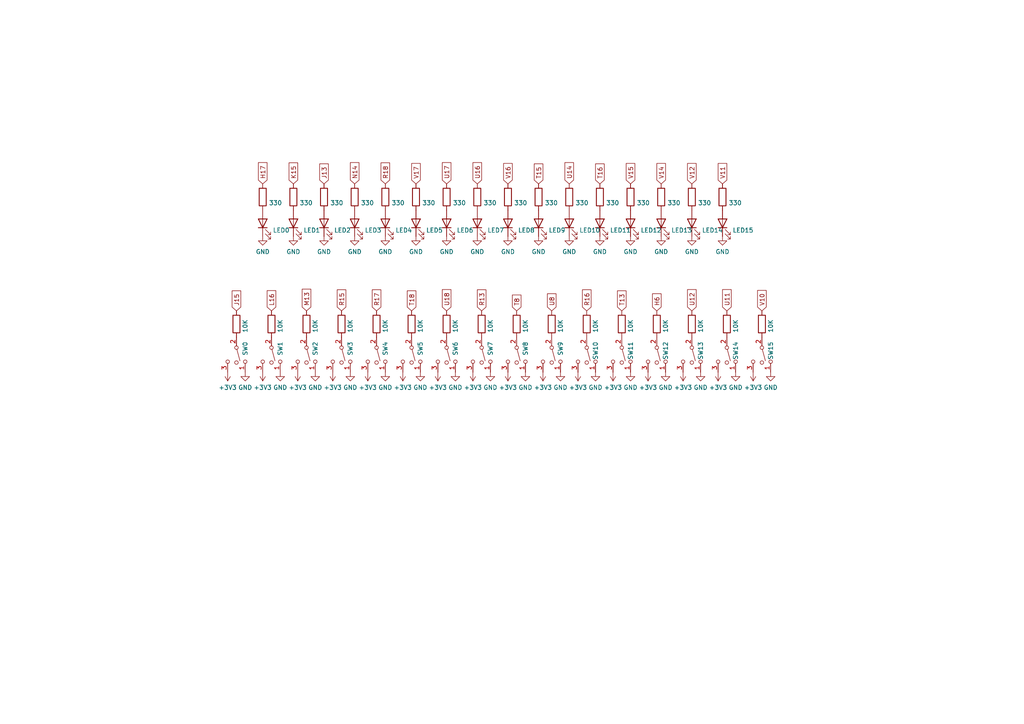
<source format=kicad_sch>
(kicad_sch (version 20211123) (generator eeschema)
  (paper "A4")
  (lib_symbols
    (symbol "Device:LED" (pin_numbers hide) (pin_names (offset 1.016) hide)
      (property "Reference" "D" (at 0 2.54 0))
      (property "Value" "LED" (at 0 -2.54 0))
      (symbol "LED_0_1"
        (polyline (pts (xy -1.27 -1.27) (xy -1.27 1.27)) (stroke (width 0.254)))
        (polyline (pts (xy -1.27 0) (xy 1.27 0)))
        (polyline (pts (xy 1.27 -1.27) (xy 1.27 1.27) (xy -1.27 0) (xy 1.27 -1.27)) (stroke (width 0.254)))
        (polyline (pts (xy -3.048 -0.762) (xy -4.572 -2.286) (xy -3.81 -2.286) (xy -4.572 -2.286) (xy -4.572 -1.524)))
        (polyline (pts (xy -1.778 -0.762) (xy -3.302 -2.286) (xy -2.54 -2.286) (xy -3.302 -2.286) (xy -3.302 -1.524)))
      )
      (symbol "LED_1_1"
        (pin passive line (at -3.81 0 0) (length 2.54) (name "K") (number "1"))
        (pin passive line (at 3.81 0 180) (length 2.54) (name "A") (number "2"))
      )
    )
    (symbol "Device:R" (pin_numbers hide) (pin_names (offset 0))
      (property "Reference" "R" (at 2.032 0 90))
      (property "Value" "R" (at 0 0 90))
      (symbol "R_0_1"
        (rectangle (start -1.016 -2.54) (end 1.016 2.54) (stroke (width 0.254)))
      )
      (symbol "R_1_1"
        (pin passive line (at 0 3.81 270) (length 1.27) (name "~") (number "1"))
        (pin passive line (at 0 -3.81 90) (length 1.27) (name "~") (number "2"))
      )
    )
    (symbol "Switch:SW_SPDT_MSM" (pin_names (offset 0) hide)
      (property "Reference" "SW" (at 0 5.08 0))
      (property "Value" "SW_SPDT_MSM" (at 0 -5.08 0))
      (symbol "SW_SPDT_MSM_0_0"
        (circle (center -2.032 0) (radius 0.508))
        (polyline (pts (xy -1.524 0.127) (xy 1.778 1.016)))
        (circle (center 2.032 -2.54) (radius 0.508))
      )
      (symbol "SW_SPDT_MSM_0_1"
        (circle (center 2.032 2.54) (radius 0.508))
        (circle (center 2.286 0) (radius 0.508))
      )
      (symbol "SW_SPDT_MSM_1_1"
        (pin passive line (at 5.08 2.54 180) (length 2.54) (name "1") (number "1"))
        (pin passive line (at -5.08 0 0) (length 2.54) (name "2") (number "2"))
        (pin passive line (at 5.08 -2.54 180) (length 2.54) (name "3") (number "3"))
      )
    )
    (symbol "power:+3V3" (power) (pin_names (offset 0))
      (property "Value" "+3V3" (at 0 3.556 0))
      (symbol "+3V3_0_1"
        (polyline (pts (xy -0.762 1.27) (xy 0 2.54)))
        (polyline (pts (xy 0 0) (xy 0 2.54)))
        (polyline (pts (xy 0 2.54) (xy 0.762 1.27)))
      )
      (symbol "+3V3_1_1"
        (pin power_in line (at 0 0 90) (length 0) hide (name "+3V3") (number "1"))
      )
    )
    (symbol "power:GND" (power) (pin_names (offset 0))
      (property "Value" "GND" (at 0 -3.81 0))
      (symbol "GND_0_1"
        (polyline (pts (xy 0 0) (xy 0 -1.27) (xy 1.27 -1.27) (xy 0 -2.54) (xy -1.27 -1.27) (xy 0 -1.27)))
      )
      (symbol "GND_1_1"
        (pin power_in line (at 0 0 270) (length 0) hide (name "GND") (number "1"))
      )
    )
  )
  (global_label "H17" (shape input) (at 76.2 53.34 90) (property "Intersheet References" "${INTERSHEET_REFS}" (effects hide)))
  (global_label "R17" (shape input) (at 109.22 90.17 90) (property "Intersheet References" "${INTERSHEET_REFS}" (effects hide)))
  (global_label "U17" (shape input) (at 129.54 53.34 90) (property "Intersheet References" "${INTERSHEET_REFS}" (effects hide)))
  (global_label "T8" (shape input) (at 149.86 90.17 90) (property "Intersheet References" "${INTERSHEET_REFS}" (effects hide)))
  (global_label "J13" (shape input) (at 93.98 53.34 90) (property "Intersheet References" "${INTERSHEET_REFS}" (effects hide)))
  (global_label "N14" (shape input) (at 102.87 53.34 90) (property "Intersheet References" "${INTERSHEET_REFS}" (effects hide)))
  (global_label "R15" (shape input) (at 99.06 90.17 90) (property "Intersheet References" "${INTERSHEET_REFS}" (effects hide)))
  (global_label "V16" (shape input) (at 147.32 53.34 90) (property "Intersheet References" "${INTERSHEET_REFS}" (effects hide)))
  (global_label "U11" (shape input) (at 210.82 90.17 90) (property "Intersheet References" "${INTERSHEET_REFS}" (effects hide)))
  (global_label "V15" (shape input) (at 182.88 53.34 90) (property "Intersheet References" "${INTERSHEET_REFS}" (effects hide)))
  (global_label "V17" (shape input) (at 120.65 53.34 90) (property "Intersheet References" "${INTERSHEET_REFS}" (effects hide)))
  (global_label "V10" (shape input) (at 220.98 90.17 90) (property "Intersheet References" "${INTERSHEET_REFS}" (effects hide)))
  (global_label "R13" (shape input) (at 139.7 90.17 90) (property "Intersheet References" "${INTERSHEET_REFS}" (effects hide)))
  (global_label "U18" (shape input) (at 129.54 90.17 90) (property "Intersheet References" "${INTERSHEET_REFS}" (effects hide)))
  (global_label "R18" (shape input) (at 111.76 53.34 90) (property "Intersheet References" "${INTERSHEET_REFS}" (effects hide)))
  (global_label "T13" (shape input) (at 180.34 90.17 90) (property "Intersheet References" "${INTERSHEET_REFS}" (effects hide)))
  (global_label "T15" (shape input) (at 156.21 53.34 90) (property "Intersheet References" "${INTERSHEET_REFS}" (effects hide)))
  (global_label "V14" (shape input) (at 191.77 53.34 90) (property "Intersheet References" "${INTERSHEET_REFS}" (effects hide)))
  (global_label "R16" (shape input) (at 170.18 90.17 90) (property "Intersheet References" "${INTERSHEET_REFS}" (effects hide)))
  (global_label "U8" (shape input) (at 160.02 90.17 90) (property "Intersheet References" "${INTERSHEET_REFS}" (effects hide)))
  (global_label "M13" (shape input) (at 88.9 90.17 90) (property "Intersheet References" "${INTERSHEET_REFS}" (effects hide)))
  (global_label "V11" (shape input) (at 209.55 53.34 90) (property "Intersheet References" "${INTERSHEET_REFS}" (effects hide)))
  (global_label "U12" (shape input) (at 200.66 90.17 90) (property "Intersheet References" "${INTERSHEET_REFS}" (effects hide)))
  (global_label "T16" (shape input) (at 173.99 53.34 90) (property "Intersheet References" "${INTERSHEET_REFS}" (effects hide)))
  (global_label "J15" (shape input) (at 68.58 90.17 90) (property "Intersheet References" "${INTERSHEET_REFS}" (effects hide)))
  (global_label "T18" (shape input) (at 119.38 90.17 90) (property "Intersheet References" "${INTERSHEET_REFS}" (effects hide)))
  (global_label "L16" (shape input) (at 78.74 90.17 90) (property "Intersheet References" "${INTERSHEET_REFS}" (effects hide)))
  (global_label "V12" (shape input) (at 200.66 53.34 90) (property "Intersheet References" "${INTERSHEET_REFS}" (effects hide)))
  (global_label "H6" (shape input) (at 190.5 90.17 90) (property "Intersheet References" "${INTERSHEET_REFS}" (effects hide)))
  (global_label "K15" (shape input) (at 85.09 53.34 90) (property "Intersheet References" "${INTERSHEET_REFS}" (effects hide)))
  (global_label "U14" (shape input) (at 165.1 53.34 90) (property "Intersheet References" "${INTERSHEET_REFS}" (effects hide)))
  (global_label "U16" (shape input) (at 138.43 53.34 90) (property "Intersheet References" "${INTERSHEET_REFS}" (effects hide)))
  (symbol (lib_id "Device:R") (at 102.87 57.15 0) (unit 1)
    (property "Reference" "R?" (effects hide))
    (property "Value" "330" (at 104.648 58.8522 0) (effects (justify left)))
  )
  (symbol (lib_id "Device:R") (at 99.06 93.98 0) (unit 1)
    (property "Reference" "R?" (effects hide))
    (property "Value" "10K" (at 101.6 96.52 90) (effects (justify left)))
  )
  (symbol (lib_id "power:GND") (at 147.32 68.58 0) (unit 1)
    (property "Reference" "#PWR?" (effects hide))
    (property "Value" "GND" (at 147.32 73.0234 0))
  )
  (symbol (lib_id "Device:R") (at 139.7 93.98 0) (unit 1)
    (property "Reference" "R?" (effects hide))
    (property "Value" "10K" (at 142.24 96.52 90) (effects (justify left)))
  )
  (symbol (lib_id "power:+3V3") (at 106.68 107.95 180) (unit 1)
    (property "Reference" "#PWR?" (effects hide))
    (property "Value" "+3V3" (at 106.68 112.3934 0))
  )
  (symbol (lib_id "power:+3V3") (at 177.8 107.95 180) (unit 1)
    (property "Reference" "#PWR?" (effects hide))
    (property "Value" "+3V3" (at 177.8 112.3934 0))
  )
  (symbol (lib_id "Device:LED") (at 191.77 64.77 90) (unit 1)
    (property "Reference" "D?" (effects hide))
    (property "Value" "LED13" (at 194.691 66.7913 90) (effects (justify right)))
  )
  (symbol (lib_id "Device:R") (at 210.82 93.98 0) (unit 1)
    (property "Reference" "R?" (effects hide))
    (property "Value" "10K" (at 213.36 96.52 90) (effects (justify left)))
  )
  (symbol (lib_id "power:GND") (at 203.2 107.95 0) (unit 1)
    (property "Reference" "#PWR?" (effects hide))
    (property "Value" "GND" (at 203.2 112.3934 0))
  )
  (symbol (lib_id "power:GND") (at 182.88 68.58 0) (unit 1)
    (property "Reference" "#PWR?" (effects hide))
    (property "Value" "GND" (at 182.88 73.0234 0))
  )
  (symbol (lib_id "Device:LED") (at 182.88 64.77 90) (unit 1)
    (property "Reference" "D?" (effects hide))
    (property "Value" "LED12" (at 185.801 66.7913 90) (effects (justify right)))
  )
  (symbol (lib_id "power:GND") (at 223.52 107.95 0) (unit 1)
    (property "Reference" "#PWR?" (effects hide))
    (property "Value" "GND" (at 223.52 112.3934 0))
  )
  (symbol (lib_id "power:+3V3") (at 187.96 107.95 180) (unit 1)
    (property "Reference" "#PWR?" (effects hide))
    (property "Value" "+3V3" (at 187.96 112.3934 0))
  )
  (symbol (lib_id "Switch:SW_SPDT_MSM") (at 78.74 102.87 270) (unit 1)
    (property "Reference" "SW?" (effects hide))
    (property "Value" "SW1" (at 81.28 99.06 0) (effects (justify left)))
  )
  (symbol (lib_id "power:GND") (at 71.12 107.95 0) (unit 1)
    (property "Reference" "#PWR?" (effects hide))
    (property "Value" "GND" (at 71.12 112.3934 0))
  )
  (symbol (lib_id "Device:LED") (at 85.09 64.77 90) (unit 1)
    (property "Reference" "D?" (effects hide))
    (property "Value" "LED1" (at 88.011 66.7913 90) (effects (justify right)))
  )
  (symbol (lib_id "Device:R") (at 165.1 57.15 0) (unit 1)
    (property "Reference" "R?" (effects hide))
    (property "Value" "330" (at 166.878 58.8522 0) (effects (justify left)))
  )
  (symbol (lib_id "Switch:SW_SPDT_MSM") (at 180.34 102.87 270) (unit 1)
    (property "Reference" "SW?" (effects hide))
    (property "Value" "SW11" (at 182.88 99.06 0) (effects (justify left)))
  )
  (symbol (lib_id "power:GND") (at 162.56 107.95 0) (unit 1)
    (property "Reference" "#PWR?" (effects hide))
    (property "Value" "GND" (at 162.56 112.3934 0))
  )
  (symbol (lib_id "power:+3V3") (at 76.2 107.95 180) (unit 1)
    (property "Reference" "#PWR?" (effects hide))
    (property "Value" "+3V3" (at 76.2 112.3934 0))
  )
  (symbol (lib_id "Device:R") (at 88.9 93.98 0) (unit 1)
    (property "Reference" "R?" (effects hide))
    (property "Value" "10K" (at 91.44 96.52 90) (effects (justify left)))
  )
  (symbol (lib_id "Device:R") (at 209.55 57.15 0) (unit 1)
    (property "Reference" "R?" (effects hide))
    (property "Value" "330" (at 211.328 58.8522 0) (effects (justify left)))
  )
  (symbol (lib_id "Device:R") (at 160.02 93.98 0) (unit 1)
    (property "Reference" "R?" (effects hide))
    (property "Value" "10K" (at 162.56 96.52 90) (effects (justify left)))
  )
  (symbol (lib_id "power:GND") (at 102.87 68.58 0) (unit 1)
    (property "Reference" "#PWR?" (effects hide))
    (property "Value" "GND" (at 102.87 73.0234 0))
  )
  (symbol (lib_id "Device:R") (at 220.98 93.98 0) (unit 1)
    (property "Reference" "R?" (effects hide))
    (property "Value" "10K" (at 223.52 96.52 90) (effects (justify left)))
  )
  (symbol (lib_id "power:GND") (at 142.24 107.95 0) (unit 1)
    (property "Reference" "#PWR?" (effects hide))
    (property "Value" "GND" (at 142.24 112.3934 0))
  )
  (symbol (lib_id "Device:R") (at 200.66 57.15 0) (unit 1)
    (property "Reference" "R?" (effects hide))
    (property "Value" "330" (at 202.438 58.8522 0) (effects (justify left)))
  )
  (symbol (lib_id "power:GND") (at 111.76 68.58 0) (unit 1)
    (property "Reference" "#PWR?" (effects hide))
    (property "Value" "GND" (at 111.76 73.0234 0))
  )
  (symbol (lib_id "power:GND") (at 85.09 68.58 0) (unit 1)
    (property "Reference" "#PWR?" (effects hide))
    (property "Value" "GND" (at 85.09 73.0234 0))
  )
  (symbol (lib_id "power:GND") (at 138.43 68.58 0) (unit 1)
    (property "Reference" "#PWR?" (effects hide))
    (property "Value" "GND" (at 138.43 73.0234 0))
  )
  (symbol (lib_id "Device:LED") (at 200.66 64.77 90) (unit 1)
    (property "Reference" "D?" (effects hide))
    (property "Value" "LED14" (at 203.581 66.7913 90) (effects (justify right)))
  )
  (symbol (lib_id "power:+3V3") (at 96.52 107.95 180) (unit 1)
    (property "Reference" "#PWR?" (effects hide))
    (property "Value" "+3V3" (at 96.52 112.3934 0))
  )
  (symbol (lib_id "Device:LED") (at 138.43 64.77 90) (unit 1)
    (property "Reference" "D?" (effects hide))
    (property "Value" "LED7" (at 141.351 66.7913 90) (effects (justify right)))
  )
  (symbol (lib_id "power:GND") (at 213.36 107.95 0) (unit 1)
    (property "Reference" "#PWR?" (effects hide))
    (property "Value" "GND" (at 213.36 112.3934 0))
  )
  (symbol (lib_id "Device:R") (at 93.98 57.15 0) (unit 1)
    (property "Reference" "R?" (effects hide))
    (property "Value" "330" (at 95.758 58.8522 0) (effects (justify left)))
  )
  (symbol (lib_id "Switch:SW_SPDT_MSM") (at 88.9 102.87 270) (unit 1)
    (property "Reference" "SW?" (effects hide))
    (property "Value" "SW2" (at 91.44 99.06 0) (effects (justify left)))
  )
  (symbol (lib_id "power:GND") (at 91.44 107.95 0) (unit 1)
    (property "Reference" "#PWR?" (effects hide))
    (property "Value" "GND" (at 91.44 112.3934 0))
  )
  (symbol (lib_id "power:+3V3") (at 167.64 107.95 180) (unit 1)
    (property "Reference" "#PWR?" (effects hide))
    (property "Value" "+3V3" (at 167.64 112.3934 0))
  )
  (symbol (lib_id "Device:R") (at 85.09 57.15 0) (unit 1)
    (property "Reference" "R?" (effects hide))
    (property "Value" "330" (at 86.868 58.8522 0) (effects (justify left)))
  )
  (symbol (lib_id "Device:R") (at 190.5 93.98 0) (unit 1)
    (property "Reference" "R?" (effects hide))
    (property "Value" "10K" (at 193.04 96.52 90) (effects (justify left)))
  )
  (symbol (lib_id "Device:R") (at 173.99 57.15 0) (unit 1)
    (property "Reference" "R?" (effects hide))
    (property "Value" "330" (at 175.768 58.8522 0) (effects (justify left)))
  )
  (symbol (lib_id "power:GND") (at 76.2 68.58 0) (unit 1)
    (property "Reference" "#PWR?" (effects hide))
    (property "Value" "GND" (at 76.2 73.0234 0))
  )
  (symbol (lib_id "power:+3V3") (at 198.12 107.95 180) (unit 1)
    (property "Reference" "#PWR?" (effects hide))
    (property "Value" "+3V3" (at 198.12 112.3934 0))
  )
  (symbol (lib_id "Device:LED") (at 129.54 64.77 90) (unit 1)
    (property "Reference" "D?" (effects hide))
    (property "Value" "LED6" (at 132.461 66.7913 90) (effects (justify right)))
  )
  (symbol (lib_id "Device:R") (at 109.22 93.98 0) (unit 1)
    (property "Reference" "R?" (effects hide))
    (property "Value" "10K" (at 111.76 96.52 90) (effects (justify left)))
  )
  (symbol (lib_id "power:+3V3") (at 218.44 107.95 180) (unit 1)
    (property "Reference" "#PWR?" (effects hide))
    (property "Value" "+3V3" (at 218.44 112.3934 0))
  )
  (symbol (lib_id "Switch:SW_SPDT_MSM") (at 109.22 102.87 270) (unit 1)
    (property "Reference" "SW?" (effects hide))
    (property "Value" "SW4" (at 111.76 99.06 0) (effects (justify left)))
  )
  (symbol (lib_id "Device:LED") (at 156.21 64.77 90) (unit 1)
    (property "Reference" "D?" (effects hide))
    (property "Value" "LED9" (at 159.131 66.7913 90) (effects (justify right)))
  )
  (symbol (lib_id "Device:R") (at 182.88 57.15 0) (unit 1)
    (property "Reference" "R?" (effects hide))
    (property "Value" "330" (at 184.658 58.8522 0) (effects (justify left)))
  )
  (symbol (lib_id "Switch:SW_SPDT_MSM") (at 210.82 102.87 270) (unit 1)
    (property "Reference" "SW?" (effects hide))
    (property "Value" "SW14" (at 213.36 99.06 0) (effects (justify left)))
  )
  (symbol (lib_id "power:GND") (at 200.66 68.58 0) (unit 1)
    (property "Reference" "#PWR?" (effects hide))
    (property "Value" "GND" (at 200.66 73.0234 0))
  )
  (symbol (lib_id "power:+3V3") (at 116.84 107.95 180) (unit 1)
    (property "Reference" "#PWR?" (effects hide))
    (property "Value" "+3V3" (at 116.84 112.3934 0))
  )
  (symbol (lib_id "Device:R") (at 170.18 93.98 0) (unit 1)
    (property "Reference" "R?" (effects hide))
    (property "Value" "10K" (at 172.72 96.52 90) (effects (justify left)))
  )
  (symbol (lib_id "Device:R") (at 129.54 93.98 0) (unit 1)
    (property "Reference" "R?" (effects hide))
    (property "Value" "10K" (at 132.08 96.52 90) (effects (justify left)))
  )
  (symbol (lib_id "Device:R") (at 149.86 93.98 0) (unit 1)
    (property "Reference" "R?" (effects hide))
    (property "Value" "10K" (at 152.4 96.52 90) (effects (justify left)))
  )
  (symbol (lib_id "Switch:SW_SPDT_MSM") (at 190.5 102.87 270) (unit 1)
    (property "Reference" "SW?" (effects hide))
    (property "Value" "SW12" (at 193.04 99.06 0) (effects (justify left)))
  )
  (symbol (lib_id "power:GND") (at 81.28 107.95 0) (unit 1)
    (property "Reference" "#PWR?" (effects hide))
    (property "Value" "GND" (at 81.28 112.3934 0))
  )
  (symbol (lib_id "Device:R") (at 147.32 57.15 0) (unit 1)
    (property "Reference" "R?" (effects hide))
    (property "Value" "330" (at 149.098 58.8522 0) (effects (justify left)))
  )
  (symbol (lib_id "power:GND") (at 193.04 107.95 0) (unit 1)
    (property "Reference" "#PWR?" (effects hide))
    (property "Value" "GND" (at 193.04 112.3934 0))
  )
  (symbol (lib_id "Device:R") (at 111.76 57.15 0) (unit 1)
    (property "Reference" "R?" (effects hide))
    (property "Value" "330" (at 113.538 58.8522 0) (effects (justify left)))
  )
  (symbol (lib_id "power:+3V3") (at 86.36 107.95 180) (unit 1)
    (property "Reference" "#PWR?" (effects hide))
    (property "Value" "+3V3" (at 86.36 112.3934 0))
  )
  (symbol (lib_id "power:GND") (at 172.72 107.95 0) (unit 1)
    (property "Reference" "#PWR?" (effects hide))
    (property "Value" "GND" (at 172.72 112.3934 0))
  )
  (symbol (lib_id "power:+3V3") (at 147.32 107.95 180) (unit 1)
    (property "Reference" "#PWR?" (effects hide))
    (property "Value" "+3V3" (at 147.32 112.3934 0))
  )
  (symbol (lib_id "power:+3V3") (at 208.28 107.95 180) (unit 1)
    (property "Reference" "#PWR?" (effects hide))
    (property "Value" "+3V3" (at 208.28 112.3934 0))
  )
  (symbol (lib_id "Switch:SW_SPDT_MSM") (at 160.02 102.87 270) (unit 1)
    (property "Reference" "SW?" (effects hide))
    (property "Value" "SW9" (at 162.56 99.06 0) (effects (justify left)))
  )
  (symbol (lib_id "power:GND") (at 101.6 107.95 0) (unit 1)
    (property "Reference" "#PWR?" (effects hide))
    (property "Value" "GND" (at 101.6 112.3934 0))
  )
  (symbol (lib_id "Device:LED") (at 111.76 64.77 90) (unit 1)
    (property "Reference" "D?" (effects hide))
    (property "Value" "LED4" (at 114.681 66.7913 90) (effects (justify right)))
  )
  (symbol (lib_id "Switch:SW_SPDT_MSM") (at 68.58 102.87 270) (unit 1)
    (property "Reference" "SW?" (effects hide))
    (property "Value" "SW0" (at 71.12 99.06 0) (effects (justify left)))
  )
  (symbol (lib_id "Device:R") (at 180.34 93.98 0) (unit 1)
    (property "Reference" "R?" (effects hide))
    (property "Value" "10K" (at 182.88 96.52 90) (effects (justify left)))
  )
  (symbol (lib_id "power:+3V3") (at 137.16 107.95 180) (unit 1)
    (property "Reference" "#PWR?" (effects hide))
    (property "Value" "+3V3" (at 137.16 112.3934 0))
  )
  (symbol (lib_id "power:GND") (at 165.1 68.58 0) (unit 1)
    (property "Reference" "#PWR?" (effects hide))
    (property "Value" "GND" (at 165.1 73.0234 0))
  )
  (symbol (lib_id "power:GND") (at 209.55 68.58 0) (unit 1)
    (property "Reference" "#PWR?" (effects hide))
    (property "Value" "GND" (at 209.55 73.0234 0))
  )
  (symbol (lib_id "power:+3V3") (at 66.04 107.95 180) (unit 1)
    (property "Reference" "#PWR?" (effects hide))
    (property "Value" "+3V3" (at 66.04 112.3934 0))
  )
  (symbol (lib_id "Device:LED") (at 147.32 64.77 90) (unit 1)
    (property "Reference" "D?" (effects hide))
    (property "Value" "LED8" (at 150.241 66.7913 90) (effects (justify right)))
  )
  (symbol (lib_id "power:GND") (at 173.99 68.58 0) (unit 1)
    (property "Reference" "#PWR?" (effects hide))
    (property "Value" "GND" (at 173.99 73.0234 0))
  )
  (symbol (lib_id "Device:LED") (at 93.98 64.77 90) (unit 1)
    (property "Reference" "D?" (effects hide))
    (property "Value" "LED2" (at 96.901 66.7913 90) (effects (justify right)))
  )
  (symbol (lib_id "Device:R") (at 200.66 93.98 0) (unit 1)
    (property "Reference" "R?" (effects hide))
    (property "Value" "10K" (at 203.2 96.52 90) (effects (justify left)))
  )
  (symbol (lib_id "Switch:SW_SPDT_MSM") (at 129.54 102.87 270) (unit 1)
    (property "Reference" "SW?" (effects hide))
    (property "Value" "SW6" (at 132.08 99.06 0) (effects (justify left)))
  )
  (symbol (lib_id "Switch:SW_SPDT_MSM") (at 119.38 102.87 270) (unit 1)
    (property "Reference" "SW?" (effects hide))
    (property "Value" "SW5" (at 121.92 99.06 0) (effects (justify left)))
  )
  (symbol (lib_id "power:+3V3") (at 157.48 107.95 180) (unit 1)
    (property "Reference" "#PWR?" (effects hide))
    (property "Value" "+3V3" (at 157.48 112.3934 0))
  )
  (symbol (lib_id "power:GND") (at 182.88 107.95 0) (unit 1)
    (property "Reference" "#PWR?" (effects hide))
    (property "Value" "GND" (at 182.88 112.3934 0))
  )
  (symbol (lib_id "power:GND") (at 121.92 107.95 0) (unit 1)
    (property "Reference" "#PWR?" (effects hide))
    (property "Value" "GND" (at 121.92 112.3934 0))
  )
  (symbol (lib_id "Switch:SW_SPDT_MSM") (at 99.06 102.87 270) (unit 1)
    (property "Reference" "SW?" (effects hide))
    (property "Value" "SW3" (at 101.6 99.06 0) (effects (justify left)))
  )
  (symbol (lib_id "Device:LED") (at 76.2 64.77 90) (unit 1)
    (property "Reference" "D?" (effects hide))
    (property "Value" "LED0" (at 79.121 66.7913 90) (effects (justify right)))
  )
  (symbol (lib_id "power:+3V3") (at 127 107.95 180) (unit 1)
    (property "Reference" "#PWR?" (effects hide))
    (property "Value" "+3V3" (at 127 112.3934 0))
  )
  (symbol (lib_id "Device:R") (at 138.43 57.15 0) (unit 1)
    (property "Reference" "R?" (effects hide))
    (property "Value" "330" (at 140.208 58.8522 0) (effects (justify left)))
  )
  (symbol (lib_id "Switch:SW_SPDT_MSM") (at 139.7 102.87 270) (unit 1)
    (property "Reference" "SW?" (effects hide))
    (property "Value" "SW7" (at 142.24 99.06 0) (effects (justify left)))
  )
  (symbol (lib_id "Device:R") (at 119.38 93.98 0) (unit 1)
    (property "Reference" "R?" (effects hide))
    (property "Value" "10K" (at 121.92 96.52 90) (effects (justify left)))
  )
  (symbol (lib_id "power:GND") (at 111.76 107.95 0) (unit 1)
    (property "Reference" "#PWR?" (effects hide))
    (property "Value" "GND" (at 111.76 112.3934 0))
  )
  (symbol (lib_id "Device:R") (at 78.74 93.98 0) (unit 1)
    (property "Reference" "R?" (effects hide))
    (property "Value" "10K" (at 81.28 96.52 90) (effects (justify left)))
  )
  (symbol (lib_id "Switch:SW_SPDT_MSM") (at 170.18 102.87 270) (unit 1)
    (property "Reference" "SW?" (effects hide))
    (property "Value" "SW10" (at 172.72 99.06 0) (effects (justify left)))
  )
  (symbol (lib_id "Device:R") (at 191.77 57.15 0) (unit 1)
    (property "Reference" "R?" (effects hide))
    (property "Value" "330" (at 193.548 58.8522 0) (effects (justify left)))
  )
  (symbol (lib_id "Device:LED") (at 165.1 64.77 90) (unit 1)
    (property "Reference" "D?" (effects hide))
    (property "Value" "LED10" (at 168.021 66.7913 90) (effects (justify right)))
  )
  (symbol (lib_id "Device:R") (at 76.2 57.15 0) (unit 1)
    (property "Reference" "R?" (effects hide))
    (property "Value" "330" (at 77.978 58.8522 0) (effects (justify left)))
  )
  (symbol (lib_id "power:GND") (at 132.08 107.95 0) (unit 1)
    (property "Reference" "#PWR?" (effects hide))
    (property "Value" "GND" (at 132.08 112.3934 0))
  )
  (symbol (lib_id "Switch:SW_SPDT_MSM") (at 149.86 102.87 270) (unit 1)
    (property "Reference" "SW?" (effects hide))
    (property "Value" "SW8" (at 152.4 99.06 0) (effects (justify left)))
  )
  (symbol (lib_id "Device:LED") (at 173.99 64.77 90) (unit 1)
    (property "Reference" "D?" (effects hide))
    (property "Value" "LED11" (at 176.911 66.7913 90) (effects (justify right)))
  )
  (symbol (lib_id "Switch:SW_SPDT_MSM") (at 220.98 102.87 270) (unit 1)
    (property "Reference" "SW?" (effects hide))
    (property "Value" "SW15" (at 223.52 99.06 0) (effects (justify left)))
  )
  (symbol (lib_id "power:GND") (at 120.65 68.58 0) (unit 1)
    (property "Reference" "#PWR?" (effects hide))
    (property "Value" "GND" (at 120.65 73.0234 0))
  )
  (symbol (lib_id "power:GND") (at 191.77 68.58 0) (unit 1)
    (property "Reference" "#PWR?" (effects hide))
    (property "Value" "GND" (at 191.77 73.0234 0))
  )
  (symbol (lib_id "Device:R") (at 129.54 57.15 0) (unit 1)
    (property "Reference" "R?" (effects hide))
    (property "Value" "330" (at 131.318 58.8522 0) (effects (justify left)))
  )
  (symbol (lib_id "power:GND") (at 152.4 107.95 0) (unit 1)
    (property "Reference" "#PWR?" (effects hide))
    (property "Value" "GND" (at 152.4 112.3934 0))
  )
  (symbol (lib_id "Device:LED") (at 120.65 64.77 90) (unit 1)
    (property "Reference" "D?" (effects hide))
    (property "Value" "LED5" (at 123.571 66.7913 90) (effects (justify right)))
  )
  (symbol (lib_id "Device:R") (at 68.58 93.98 0) (unit 1)
    (property "Reference" "R?" (effects hide))
    (property "Value" "10K" (at 71.12 96.52 90) (effects (justify left)))
  )
  (symbol (lib_id "Device:LED") (at 102.87 64.77 90) (unit 1)
    (property "Reference" "D?" (effects hide))
    (property "Value" "LED3" (at 105.791 66.7913 90) (effects (justify right)))
  )
  (symbol (lib_id "power:GND") (at 156.21 68.58 0) (unit 1)
    (property "Reference" "#PWR?" (effects hide))
    (property "Value" "GND" (at 156.21 73.0234 0))
  )
  (symbol (lib_id "Device:LED") (at 209.55 64.77 90) (unit 1)
    (property "Reference" "D?" (effects hide))
    (property "Value" "LED15" (at 212.471 66.7913 90) (effects (justify right)))
  )
  (symbol (lib_id "power:GND") (at 93.98 68.58 0) (unit 1)
    (property "Reference" "#PWR?" (effects hide))
    (property "Value" "GND" (at 93.98 73.0234 0))
  )
  (symbol (lib_id "Device:R") (at 156.21 57.15 0) (unit 1)
    (property "Reference" "R?" (effects hide))
    (property "Value" "330" (at 157.988 58.8522 0) (effects (justify left)))
  )
  (symbol (lib_id "power:GND") (at 129.54 68.58 0) (unit 1)
    (property "Reference" "#PWR?" (effects hide))
    (property "Value" "GND" (at 129.54 73.0234 0))
  )
  (symbol (lib_id "Device:R") (at 120.65 57.15 0) (unit 1)
    (property "Reference" "R?" (effects hide))
    (property "Value" "330" (at 122.428 58.8522 0) (effects (justify left)))
  )
  (symbol (lib_id "Switch:SW_SPDT_MSM") (at 200.66 102.87 270) (unit 1)
    (property "Reference" "SW?" (effects hide))
    (property "Value" "SW13" (at 203.2 99.06 0) (effects (justify left)))
  )
)
</source>
